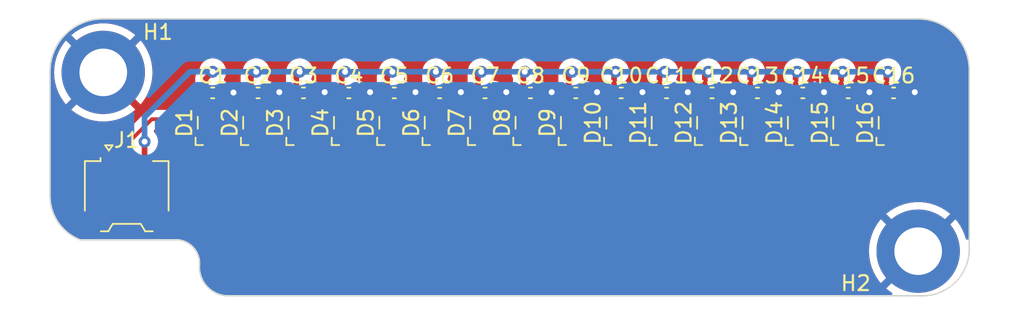
<source format=kicad_pcb>
(kicad_pcb (version 20221018) (generator pcbnew)
  (layers (0 "F.Cu" signal) (31 "B.Cu" signal) (34 "B.Paste" user) (35 "F.Paste" user) (36 "B.SilkS" user "B.Silkscreen") (37 "F.SilkS" user "F.Silkscreen") (38 "B.Mask" user) (39 "F.Mask" user) (44 "Edge.Cuts" user))
  (net 0 "")
  (net 1 "+5V")
  (net 2 "GND")
  (net 3 "Net-(D1-DOUT)")
  (net 4 "LIGHTBAR_RGB_OUT")
  (net 5 "Net-(D2-DOUT)")
  (net 6 "Net-(D3-DOUT)")
  (net 7 "Net-(D4-DOUT)")
  (net 8 "Net-(D5-DOUT)")
  (net 9 "Net-(D6-DOUT)")
  (net 10 "Net-(D7-DOUT)")
  (net 11 "Net-(D8-DOUT)")
  (net 12 "Net-(D10-DIN)")
  (net 13 "Net-(D10-DOUT)")
  (net 14 "Net-(D11-DOUT)")
  (net 15 "Net-(D12-DOUT)")
  (net 16 "Net-(D13-DOUT)")
  (net 17 "Net-(D14-DOUT)")
  (net 18 "Net-(D15-DOUT)")
  (footprint "Capacitor_SMD:C_0402_1005Metric" (layer "F.Cu") (at 69.85 21.742)
    (fp_text reference "C14" (at 0 -1.16) (layer "F.SilkS"))
    (fp_text value "100nF")
    (fp_line (start -0.107836 -0.36) (end 0.107836 -0.36) (stroke (width 0.12)) (layer "F.SilkS"))
    (fp_line (start -0.107836 0.36) (end 0.107836 0.36) (stroke (width 0.12)) (layer "F.SilkS"))
    (pad "1" smd roundrect (at -0.48 0) (size 0.56 0.62) (layers "F.Cu" "F.Paste" "F.Mask") (net 1 "+5V"))
    (pad "2" smd roundrect (at 0.48 0) (size 0.56 0.62) (layers "F.Cu" "F.Paste" "F.Mask") (net 2 "GND"))
  )
  (footprint "Capacitor_SMD:C_0402_1005Metric" (layer "F.Cu") (at 60.706 21.742)
    (fp_text reference "C11" (at 0 -1.16) (layer "F.SilkS"))
    (fp_text value "100nF")
    (fp_line (start -0.107836 -0.36) (end 0.107836 -0.36) (stroke (width 0.12)) (layer "F.SilkS"))
    (fp_line (start -0.107836 0.36) (end 0.107836 0.36) (stroke (width 0.12)) (layer "F.SilkS"))
    (pad "1" smd roundrect (at -0.48 0) (size 0.56 0.62) (layers "F.Cu" "F.Paste" "F.Mask") (net 1 "+5V"))
    (pad "2" smd roundrect (at 0.48 0) (size 0.56 0.62) (layers "F.Cu" "F.Paste" "F.Mask") (net 2 "GND"))
  )
  (footprint "marbastlib-various:LED_WS2812_2020" (layer "F.Cu") (at 36.322 23.749 90)
    (fp_text reference "D3" (at 0 -1.9 90) (layer "F.SilkS"))
    (fp_text value "WS2812_2020")
    (fp_line (start -1.5 -1.15) (end -1 -1.15) (stroke (width 0.12)) (layer "F.SilkS"))
    (fp_line (start -1.5 -0.65) (end -1.5 -1.15) (stroke (width 0.12)) (layer "F.SilkS"))
    (fp_line (start -0.4 -1) (end 0.4 -1) (stroke (width 0.12)) (layer "F.SilkS"))
    (pad "1" smd roundrect (at -0.915 -0.55 90) (size 0.7 0.7) (layers "F.Cu" "F.Paste" "F.Mask") (roundrect_rratio 0.15) (net 6 "Net-(D3-DOUT)"))
    (pad "2" smd roundrect (at -0.915 0.55 90) (size 0.7 0.7) (layers "F.Cu" "F.Paste" "F.Mask") (roundrect_rratio 0.15) (net 2 "GND"))
    (pad "3" smd roundrect (at 0.915 0.55 90) (size 0.7 0.7) (layers "F.Cu" "F.Paste" "F.Mask") (roundrect_rratio 0.15) (net 5 "Net-(D2-DOUT)"))
    (pad "4" smd roundrect (at 0.915 -0.55 90) (size 0.7 0.7) (layers "F.Cu" "F.Paste" "F.Mask") (roundrect_rratio 0.15) (net 1 "+5V"))
  )
  (footprint "Capacitor_SMD:C_0402_1005Metric" (layer "F.Cu") (at 39.37 21.742)
    (fp_text reference "C4" (at 0 -1.16) (layer "F.SilkS"))
    (fp_text value "100nF")
    (fp_line (start -0.107836 -0.36) (end 0.107836 -0.36) (stroke (width 0.12)) (layer "F.SilkS"))
    (fp_line (start -0.107836 0.36) (end 0.107836 0.36) (stroke (width 0.12)) (layer "F.SilkS"))
    (pad "1" smd roundrect (at -0.48 0) (size 0.56 0.62) (layers "F.Cu" "F.Paste" "F.Mask") (net 1 "+5V"))
    (pad "2" smd roundrect (at 0.48 0) (size 0.56 0.62) (layers "F.Cu" "F.Paste" "F.Mask") (net 2 "GND"))
  )
  (footprint "marbastlib-various:LED_WS2812_2020" (layer "F.Cu") (at 75.946 23.749 90)
    (fp_text reference "D16" (at 0 -1.9 90) (layer "F.SilkS"))
    (fp_text value "WS2812_2020")
    (fp_line (start -1.5 -1.15) (end -1 -1.15) (stroke (width 0.12)) (layer "F.SilkS"))
    (fp_line (start -1.5 -0.65) (end -1.5 -1.15) (stroke (width 0.12)) (layer "F.SilkS"))
    (fp_line (start -0.4 -1) (end 0.4 -1) (stroke (width 0.12)) (layer "F.SilkS"))
    (pad "1" smd roundrect (at -0.915 -0.55 90) (size 0.7 0.7) (layers "F.Cu" "F.Paste" "F.Mask") (roundrect_rratio 0.15))
    (pad "2" smd roundrect (at -0.915 0.55 90) (size 0.7 0.7) (layers "F.Cu" "F.Paste" "F.Mask") (roundrect_rratio 0.15) (net 2 "GND"))
    (pad "3" smd roundrect (at 0.915 0.55 90) (size 0.7 0.7) (layers "F.Cu" "F.Paste" "F.Mask") (roundrect_rratio 0.15) (net 18 "Net-(D15-DOUT)"))
    (pad "4" smd roundrect (at 0.915 -0.55 90) (size 0.7 0.7) (layers "F.Cu" "F.Paste" "F.Mask") (roundrect_rratio 0.15) (net 1 "+5V"))
  )
  (footprint "MountingHole:MountingHole_3.2mm_M3_DIN965_Pad_TopBottom" (layer "F.Cu") (at 77.597 32.385)
    (fp_text reference "H2" (at -4.191 2.159) (layer "F.SilkS"))
    (fp_text value "MountingHole_Pad")
    (pad "1" thru_hole circle (at 0 0) (size 3.6 3.6) (drill 3.2) (layers "*.Cu" "*.Mask") (net 2 "GND"))
    (pad "1" connect circle (at 0 0) (size 5.6 5.6) (layers "F.Cu" "F.Mask") (net 2 "GND"))
    (pad "1" connect circle (at 0 0) (size 5.6 5.6) (layers "B.Cu" "B.Mask") (net 2 "GND"))
  )
  (footprint "marbastlib-various:LED_WS2812_2020" (layer "F.Cu") (at 60.706 23.749 90)
    (fp_text reference "D11" (at 0 -1.9 90) (layer "F.SilkS"))
    (fp_text value "WS2812_2020")
    (fp_line (start -1.5 -1.15) (end -1 -1.15) (stroke (width 0.12)) (layer "F.SilkS"))
    (fp_line (start -1.5 -0.65) (end -1.5 -1.15) (stroke (width 0.12)) (layer "F.SilkS"))
    (fp_line (start -0.4 -1) (end 0.4 -1) (stroke (width 0.12)) (layer "F.SilkS"))
    (pad "1" smd roundrect (at -0.915 -0.55 90) (size 0.7 0.7) (layers "F.Cu" "F.Paste" "F.Mask") (roundrect_rratio 0.15) (net 14 "Net-(D11-DOUT)"))
    (pad "2" smd roundrect (at -0.915 0.55 90) (size 0.7 0.7) (layers "F.Cu" "F.Paste" "F.Mask") (roundrect_rratio 0.15) (net 2 "GND"))
    (pad "3" smd roundrect (at 0.915 0.55 90) (size 0.7 0.7) (layers "F.Cu" "F.Paste" "F.Mask") (roundrect_rratio 0.15) (net 13 "Net-(D10-DOUT)"))
    (pad "4" smd roundrect (at 0.915 -0.55 90) (size 0.7 0.7) (layers "F.Cu" "F.Paste" "F.Mask") (roundrect_rratio 0.15) (net 1 "+5V"))
  )
  (footprint "Capacitor_SMD:C_0402_1005Metric" (layer "F.Cu") (at 48.514 21.742)
    (fp_text reference "C7" (at 0 -1.16) (layer "F.SilkS"))
    (fp_text value "100nF")
    (fp_line (start -0.107836 -0.36) (end 0.107836 -0.36) (stroke (width 0.12)) (layer "F.SilkS"))
    (fp_line (start -0.107836 0.36) (end 0.107836 0.36) (stroke (width 0.12)) (layer "F.SilkS"))
    (pad "1" smd roundrect (at -0.48 0) (size 0.56 0.62) (layers "F.Cu" "F.Paste" "F.Mask") (net 1 "+5V"))
    (pad "2" smd roundrect (at 0.48 0) (size 0.56 0.62) (layers "F.Cu" "F.Paste" "F.Mask") (net 2 "GND"))
  )
  (footprint "Capacitor_SMD:C_0402_1005Metric" (layer "F.Cu") (at 63.754 21.742)
    (fp_text reference "C12" (at 0 -1.16) (layer "F.SilkS"))
    (fp_text value "100nF")
    (fp_line (start -0.107836 -0.36) (end 0.107836 -0.36) (stroke (width 0.12)) (layer "F.SilkS"))
    (fp_line (start -0.107836 0.36) (end 0.107836 0.36) (stroke (width 0.12)) (layer "F.SilkS"))
    (pad "1" smd roundrect (at -0.48 0) (size 0.56 0.62) (layers "F.Cu" "F.Paste" "F.Mask") (net 1 "+5V"))
    (pad "2" smd roundrect (at 0.48 0) (size 0.56 0.62) (layers "F.Cu" "F.Paste" "F.Mask") (net 2 "GND"))
  )
  (footprint "marbastlib-various:LED_WS2812_2020" (layer "F.Cu") (at 39.37 23.749 90)
    (fp_text reference "D4" (at 0 -1.9 90) (layer "F.SilkS"))
    (fp_text value "WS2812_2020")
    (fp_line (start -1.5 -1.15) (end -1 -1.15) (stroke (width 0.12)) (layer "F.SilkS"))
    (fp_line (start -1.5 -0.65) (end -1.5 -1.15) (stroke (width 0.12)) (layer "F.SilkS"))
    (fp_line (start -0.4 -1) (end 0.4 -1) (stroke (width 0.12)) (layer "F.SilkS"))
    (pad "1" smd roundrect (at -0.915 -0.55 90) (size 0.7 0.7) (layers "F.Cu" "F.Paste" "F.Mask") (roundrect_rratio 0.15) (net 7 "Net-(D4-DOUT)"))
    (pad "2" smd roundrect (at -0.915 0.55 90) (size 0.7 0.7) (layers "F.Cu" "F.Paste" "F.Mask") (roundrect_rratio 0.15) (net 2 "GND"))
    (pad "3" smd roundrect (at 0.915 0.55 90) (size 0.7 0.7) (layers "F.Cu" "F.Paste" "F.Mask") (roundrect_rratio 0.15) (net 6 "Net-(D3-DOUT)"))
    (pad "4" smd roundrect (at 0.915 -0.55 90) (size 0.7 0.7) (layers "F.Cu" "F.Paste" "F.Mask") (roundrect_rratio 0.15) (net 1 "+5V"))
  )
  (footprint "Capacitor_SMD:C_0402_1005Metric" (layer "F.Cu") (at 30.226 21.742)
    (fp_text reference "C1" (at 0 -1.16) (layer "F.SilkS"))
    (fp_text value "100nF")
    (fp_line (start -0.107836 -0.36) (end 0.107836 -0.36) (stroke (width 0.12)) (layer "F.SilkS"))
    (fp_line (start -0.107836 0.36) (end 0.107836 0.36) (stroke (width 0.12)) (layer "F.SilkS"))
    (pad "1" smd roundrect (at -0.48 0) (size 0.56 0.62) (layers "F.Cu" "F.Paste" "F.Mask") (net 1 "+5V"))
    (pad "2" smd roundrect (at 0.48 0) (size 0.56 0.62) (layers "F.Cu" "F.Paste" "F.Mask") (net 2 "GND"))
  )
  (footprint "Capacitor_SMD:C_0402_1005Metric" (layer "F.Cu") (at 54.61 21.742)
    (fp_text reference "C9" (at 0 -1.16) (layer "F.SilkS"))
    (fp_text value "100nF")
    (fp_line (start -0.107836 -0.36) (end 0.107836 -0.36) (stroke (width 0.12)) (layer "F.SilkS"))
    (fp_line (start -0.107836 0.36) (end 0.107836 0.36) (stroke (width 0.12)) (layer "F.SilkS"))
    (pad "1" smd roundrect (at -0.48 0) (size 0.56 0.62) (layers "F.Cu" "F.Paste" "F.Mask") (net 1 "+5V"))
    (pad "2" smd roundrect (at 0.48 0) (size 0.56 0.62) (layers "F.Cu" "F.Paste" "F.Mask") (net 2 "GND"))
  )
  (footprint "Capacitor_SMD:C_0402_1005Metric" (layer "F.Cu") (at 57.658 21.742)
    (fp_text reference "C10" (at 0 -1.16) (layer "F.SilkS"))
    (fp_text value "100nF")
    (fp_line (start -0.107836 -0.36) (end 0.107836 -0.36) (stroke (width 0.12)) (layer "F.SilkS"))
    (fp_line (start -0.107836 0.36) (end 0.107836 0.36) (stroke (width 0.12)) (layer "F.SilkS"))
    (pad "1" smd roundrect (at -0.48 0) (size 0.56 0.62) (layers "F.Cu" "F.Paste" "F.Mask") (net 1 "+5V"))
    (pad "2" smd roundrect (at 0.48 0) (size 0.56 0.62) (layers "F.Cu" "F.Paste" "F.Mask") (net 2 "GND"))
  )
  (footprint "marbastlib-various:LED_WS2812_2020" (layer "F.Cu") (at 45.466 23.749 90)
    (fp_text reference "D6" (at 0 -1.9 90) (layer "F.SilkS"))
    (fp_text value "WS2812_2020")
    (fp_line (start -1.5 -1.15) (end -1 -1.15) (stroke (width 0.12)) (layer "F.SilkS"))
    (fp_line (start -1.5 -0.65) (end -1.5 -1.15) (stroke (width 0.12)) (layer "F.SilkS"))
    (fp_line (start -0.4 -1) (end 0.4 -1) (stroke (width 0.12)) (layer "F.SilkS"))
    (pad "1" smd roundrect (at -0.915 -0.55 90) (size 0.7 0.7) (layers "F.Cu" "F.Paste" "F.Mask") (roundrect_rratio 0.15) (net 9 "Net-(D6-DOUT)"))
    (pad "2" smd roundrect (at -0.915 0.55 90) (size 0.7 0.7) (layers "F.Cu" "F.Paste" "F.Mask") (roundrect_rratio 0.15) (net 2 "GND"))
    (pad "3" smd roundrect (at 0.915 0.55 90) (size 0.7 0.7) (layers "F.Cu" "F.Paste" "F.Mask") (roundrect_rratio 0.15) (net 8 "Net-(D5-DOUT)"))
    (pad "4" smd roundrect (at 0.915 -0.55 90) (size 0.7 0.7) (layers "F.Cu" "F.Paste" "F.Mask") (roundrect_rratio 0.15) (net 1 "+5V"))
  )
  (footprint "Capacitor_SMD:C_0402_1005Metric" (layer "F.Cu") (at 75.946 21.742)
    (fp_text reference "C16" (at 0 -1.16) (layer "F.SilkS"))
    (fp_text value "100nF")
    (fp_line (start -0.107836 -0.36) (end 0.107836 -0.36) (stroke (width 0.12)) (layer "F.SilkS"))
    (fp_line (start -0.107836 0.36) (end 0.107836 0.36) (stroke (width 0.12)) (layer "F.SilkS"))
    (pad "1" smd roundrect (at -0.48 0) (size 0.56 0.62) (layers "F.Cu" "F.Paste" "F.Mask") (net 1 "+5V"))
    (pad "2" smd roundrect (at 0.48 0) (size 0.56 0.62) (layers "F.Cu" "F.Paste" "F.Mask") (net 2 "GND"))
  )
  (footprint "marbastlib-various:LED_WS2812_2020" (layer "F.Cu") (at 63.754 23.749 90)
    (fp_text reference "D12" (at 0 -1.9 90) (layer "F.SilkS"))
    (fp_text value "WS2812_2020")
    (fp_line (start -1.5 -1.15) (end -1 -1.15) (stroke (width 0.12)) (layer "F.SilkS"))
    (fp_line (start -1.5 -0.65) (end -1.5 -1.15) (stroke (width 0.12)) (layer "F.SilkS"))
    (fp_line (start -0.4 -1) (end 0.4 -1) (stroke (width 0.12)) (layer "F.SilkS"))
    (pad "1" smd roundrect (at -0.915 -0.55 90) (size 0.7 0.7) (layers "F.Cu" "F.Paste" "F.Mask") (roundrect_rratio 0.15) (net 15 "Net-(D12-DOUT)"))
    (pad "2" smd roundrect (at -0.915 0.55 90) (size 0.7 0.7) (layers "F.Cu" "F.Paste" "F.Mask") (roundrect_rratio 0.15) (net 2 "GND"))
    (pad "3" smd roundrect (at 0.915 0.55 90) (size 0.7 0.7) (layers "F.Cu" "F.Paste" "F.Mask") (roundrect_rratio 0.15) (net 14 "Net-(D11-DOUT)"))
    (pad "4" smd roundrect (at 0.915 -0.55 90) (size 0.7 0.7) (layers "F.Cu" "F.Paste" "F.Mask") (roundrect_rratio 0.15) (net 1 "+5V"))
  )
  (footprint "marbastlib-various:LED_WS2812_2020" (layer "F.Cu") (at 57.658 23.749 90)
    (fp_text reference "D10" (at 0 -1.9 90) (layer "F.SilkS"))
    (fp_text value "WS2812_2020")
    (fp_line (start -1.5 -1.15) (end -1 -1.15) (stroke (width 0.12)) (layer "F.SilkS"))
    (fp_line (start -1.5 -0.65) (end -1.5 -1.15) (stroke (width 0.12)) (layer "F.SilkS"))
    (fp_line (start -0.4 -1) (end 0.4 -1) (stroke (width 0.12)) (layer "F.SilkS"))
    (pad "1" smd roundrect (at -0.915 -0.55 90) (size 0.7 0.7) (layers "F.Cu" "F.Paste" "F.Mask") (roundrect_rratio 0.15) (net 13 "Net-(D10-DOUT)"))
    (pad "2" smd roundrect (at -0.915 0.55 90) (size 0.7 0.7) (layers "F.Cu" "F.Paste" "F.Mask") (roundrect_rratio 0.15) (net 2 "GND"))
    (pad "3" smd roundrect (at 0.915 0.55 90) (size 0.7 0.7) (layers "F.Cu" "F.Paste" "F.Mask") (roundrect_rratio 0.15) (net 12 "Net-(D10-DIN)"))
    (pad "4" smd roundrect (at 0.915 -0.55 90) (size 0.7 0.7) (layers "F.Cu" "F.Paste" "F.Mask") (roundrect_rratio 0.15) (net 1 "+5V"))
  )
  (footprint "marbastlib-various:LED_WS2812_2020" (layer "F.Cu") (at 69.85 23.749 90)
    (fp_text reference "D14" (at 0 -1.9 90) (layer "F.SilkS"))
    (fp_text value "WS2812_2020")
    (fp_line (start -1.5 -1.15) (end -1 -1.15) (stroke (width 0.12)) (layer "F.SilkS"))
    (fp_line (start -1.5 -0.65) (end -1.5 -1.15) (stroke (width 0.12)) (layer "F.SilkS"))
    (fp_line (start -0.4 -1) (end 0.4 -1) (stroke (width 0.12)) (layer "F.SilkS"))
    (pad "1" smd roundrect (at -0.915 -0.55 90) (size 0.7 0.7) (layers "F.Cu" "F.Paste" "F.Mask") (roundrect_rratio 0.15) (net 17 "Net-(D14-DOUT)"))
    (pad "2" smd roundrect (at -0.915 0.55 90) (size 0.7 0.7) (layers "F.Cu" "F.Paste" "F.Mask") (roundrect_rratio 0.15) (net 2 "GND"))
    (pad "3" smd roundrect (at 0.915 0.55 90) (size 0.7 0.7) (layers "F.Cu" "F.Paste" "F.Mask") (roundrect_rratio 0.15) (net 16 "Net-(D13-DOUT)"))
    (pad "4" smd roundrect (at 0.915 -0.55 90) (size 0.7 0.7) (layers "F.Cu" "F.Paste" "F.Mask") (roundrect_rratio 0.15) (net 1 "+5V"))
  )
  (footprint "Capacitor_SMD:C_0402_1005Metric" (layer "F.Cu") (at 33.274 21.742)
    (fp_text reference "C2" (at 0 -1.16) (layer "F.SilkS"))
    (fp_text value "100nF")
    (fp_line (start -0.107836 -0.36) (end 0.107836 -0.36) (stroke (width 0.12)) (layer "F.SilkS"))
    (fp_line (start -0.107836 0.36) (end 0.107836 0.36) (stroke (width 0.12)) (layer "F.SilkS"))
    (pad "1" smd roundrect (at -0.48 0) (size 0.56 0.62) (layers "F.Cu" "F.Paste" "F.Mask") (net 1 "+5V"))
    (pad "2" smd roundrect (at 0.48 0) (size 0.56 0.62) (layers "F.Cu" "F.Paste" "F.Mask") (net 2 "GND"))
  )
  (footprint "Capacitor_SMD:C_0402_1005Metric" (layer "F.Cu") (at 36.322 21.742)
    (fp_text reference "C3" (at 0 -1.16) (layer "F.SilkS"))
    (fp_text value "100nF")
    (fp_line (start -0.107836 -0.36) (end 0.107836 -0.36) (stroke (width 0.12)) (layer "F.SilkS"))
    (fp_line (start -0.107836 0.36) (end 0.107836 0.36) (stroke (width 0.12)) (layer "F.SilkS"))
    (pad "1" smd roundrect (at -0.48 0) (size 0.56 0.62) (layers "F.Cu" "F.Paste" "F.Mask") (net 1 "+5V"))
    (pad "2" smd roundrect (at 0.48 0) (size 0.56 0.62) (layers "F.Cu" "F.Paste" "F.Mask") (net 2 "GND"))
  )
  (footprint "marbastlib-various:LED_WS2812_2020" (layer "F.Cu") (at 30.226 23.749 90)
    (fp_text reference "D1" (at 0 -1.9 90) (layer "F.SilkS"))
    (fp_text value "WS2812_2020")
    (fp_line (start -1.5 -1.15) (end -1 -1.15) (stroke (width 0.12)) (layer "F.SilkS"))
    (fp_line (start -1.5 -0.65) (end -1.5 -1.15) (stroke (width 0.12)) (layer "F.SilkS"))
    (fp_line (start -0.4 -1) (end 0.4 -1) (stroke (width 0.12)) (layer "F.SilkS"))
    (pad "1" smd roundrect (at -0.915 -0.55 90) (size 0.7 0.7) (layers "F.Cu" "F.Paste" "F.Mask") (roundrect_rratio 0.15) (net 3 "Net-(D1-DOUT)"))
    (pad "2" smd roundrect (at -0.915 0.55 90) (size 0.7 0.7) (layers "F.Cu" "F.Paste" "F.Mask") (roundrect_rratio 0.15) (net 2 "GND"))
    (pad "3" smd roundrect (at 0.915 0.55 90) (size 0.7 0.7) (layers "F.Cu" "F.Paste" "F.Mask") (roundrect_rratio 0.15) (net 4 "LIGHTBAR_RGB_OUT"))
    (pad "4" smd roundrect (at 0.915 -0.55 90) (size 0.7 0.7) (layers "F.Cu" "F.Paste" "F.Mask") (roundrect_rratio 0.15) (net 1 "+5V"))
  )
  (footprint "Connector_Molex:Molex_Pico-EZmate_78171-0003_1x03-1MP_P1.20mm_Vertical" (layer "F.Cu") (at 24.454 28.418)
    (fp_text reference "J1" (at 0 -3.5) (layer "F.SilkS"))
    (fp_text value "Conn_01x03")
    (fp_line (start -2.81 -2.09) (end -1.76 -2.09) (stroke (width 0.12)) (layer "F.SilkS"))
    (fp_line (start -2.81 1.24) (end -2.81 -2.09) (stroke (width 0.12)) (layer "F.SilkS"))
    (fp_line (start -1.76 -2.09) (end -1.76 -2.3) (stroke (width 0.12)) (layer "F.SilkS"))
    (fp_line (start -1.74 2.63) (end -1.24 2.63) (stroke (width 0.12)) (layer "F.SilkS"))
    (fp_line (start -1.45 -3.153553) (end -1.2 -2.8) (stroke (width 0.12)) (layer "F.SilkS"))
    (fp_line (start -1.24 2.63) (end -0.94 2.13) (stroke (width 0.12)) (layer "F.SilkS"))
    (fp_line (start -1.2 -2.8) (end -0.95 -3.153553) (stroke (width 0.12)) (layer "F.SilkS"))
    (fp_line (start -0.95 -3.153553) (end -1.45 -3.153553) (stroke (width 0.12)) (layer "F.SilkS"))
    (fp_line (start -0.94 2.13) (end 0.94 2.13) (stroke (width 0.12)) (layer "F.SilkS"))
    (fp_line (start 0.94 2.13) (end 1.24 2.63) (stroke (width 0.12)) (layer "F.SilkS"))
    (fp_line (start 1.24 2.63) (end 1.74 2.63) (stroke (width 0.12)) (layer "F.SilkS"))
    (fp_line (start 2.81 -2.09) (end 1.76 -2.09) (stroke (width 0.12)) (layer "F.SilkS"))
    (fp_line (start 2.81 1.24) (end 2.81 -2.09) (stroke (width 0.12)) (layer "F.SilkS"))
    (pad "1" smd roundrect (at -1.2 -1.875) (size 0.6 0.85) (layers "F.Cu" "F.Paste" "F.Mask") (net 2 "GND"))
    (pad "2" smd roundrect (at 0 -1.875) (size 0.6 0.85) (layers "F.Cu" "F.Paste" "F.Mask") (net 4 "LIGHTBAR_RGB_OUT"))
    (pad "3" smd roundrect (at 1.2 -1.875) (size 0.6 0.85) (layers "F.Cu" "F.Paste" "F.Mask") (net 1 "+5V"))
    (pad "MP" smd roundrect (at -2.35 1.9) (size 0.7 0.8) (layers "F.Cu" "F.Paste" "F.Mask") (net 2 "GND"))
    (pad "MP" smd roundrect (at 2.35 1.9) (size 0.7 0.8) (layers "F.Cu" "F.Paste" "F.Mask") (net 2 "GND"))
  )
  (footprint "Capacitor_SMD:C_0402_1005Metric" (layer "F.Cu") (at 51.562 21.742)
    (fp_text reference "C8" (at 0 -1.16) (layer "F.SilkS"))
    (fp_text value "100nF")
    (fp_line (start -0.107836 -0.36) (end 0.107836 -0.36) (stroke (width 0.12)) (layer "F.SilkS"))
    (fp_line (start -0.107836 0.36) (end 0.107836 0.36) (stroke (width 0.12)) (layer "F.SilkS"))
    (pad "1" smd roundrect (at -0.48 0) (size 0.56 0.62) (layers "F.Cu" "F.Paste" "F.Mask") (net 1 "+5V"))
    (pad "2" smd roundrect (at 0.48 0) (size 0.56 0.62) (layers "F.Cu" "F.Paste" "F.Mask") (net 2 "GND"))
  )
  (footprint "marbastlib-various:LED_WS2812_2020" (layer "F.Cu") (at 54.61 23.749 90)
    (fp_text reference "D9" (at 0 -1.9 90) (layer "F.SilkS"))
    (fp_text value "WS2812_2020")
    (fp_line (start -1.5 -1.15) (end -1 -1.15) (stroke (width 0.12)) (layer "F.SilkS"))
    (fp_line (start -1.5 -0.65) (end -1.5 -1.15) (stroke (width 0.12)) (layer "F.SilkS"))
    (fp_line (start -0.4 -1) (end 0.4 -1) (stroke (width 0.12)) (layer "F.SilkS"))
    (pad "1" smd roundrect (at -0.915 -0.55 90) (size 0.7 0.7) (layers "F.Cu" "F.Paste" "F.Mask") (roundrect_rratio 0.15) (net 12 "Net-(D10-DIN)"))
    (pad "2" smd roundrect (at -0.915 0.55 90) (size 0.7 0.7) (layers "F.Cu" "F.Paste" "F.Mask") (roundrect_rratio 0.15) (net 2 "GND"))
    (pad "3" smd roundrect (at 0.915 0.55 90) (size 0.7 0.7) (layers "F.Cu" "F.Paste" "F.Mask") (roundrect_rratio 0.15) (net 11 "Net-(D8-DOUT)"))
    (pad "4" smd roundrect (at 0.915 -0.55 90) (size 0.7 0.7) (layers "F.Cu" "F.Paste" "F.Mask") (roundrect_rratio 0.15) (net 1 "+5V"))
  )
  (footprint "marbastlib-various:LED_WS2812_2020" (layer "F.Cu") (at 66.802 23.749 90)
    (fp_text reference "D13" (at 0 -1.9 90) (layer "F.SilkS"))
    (fp_text value "WS2812_2020")
    (fp_line (start -1.5 -1.15) (end -1 -1.15) (stroke (width 0.12)) (layer "F.SilkS"))
    (fp_line (start -1.5 -0.65) (end -1.5 -1.15) (stroke (width 0.12)) (layer "F.SilkS"))
    (fp_line (start -0.4 -1) (end 0.4 -1) (stroke (width 0.12)) (layer "F.SilkS"))
    (pad "1" smd roundrect (at -0.915 -0.55 90) (size 0.7 0.7) (layers "F.Cu" "F.Paste" "F.Mask") (roundrect_rratio 0.15) (net 16 "Net-(D13-DOUT)"))
    (pad "2" smd roundrect (at -0.915 0.55 90) (size 0.7 0.7) (layers "F.Cu" "F.Paste" "F.Mask") (roundrect_rratio 0.15) (net 2 "GND"))
    (pad "3" smd roundrect (at 0.915 0.55 90) (size 0.7 0.7) (layers "F.Cu" "F.Paste" "F.Mask") (roundrect_rratio 0.15) (net 15 "Net-(D12-DOUT)"))
    (pad "4" smd roundrect (at 0.915 -0.55 90) (size 0.7 0.7) (layers "F.Cu" "F.Paste" "F.Mask") (roundrect_rratio 0.15) (net 1 "+5V"))
  )
  (footprint "marbastlib-various:LED_WS2812_2020" (layer "F.Cu") (at 33.274 23.749 90)
    (fp_text reference "D2" (at 0 -1.9 90) (layer "F.SilkS"))
    (fp_text value "WS2812_2020")
    (fp_line (start -1.5 -1.15) (end -1 -1.15) (stroke (width 0.12)) (layer "F.SilkS"))
    (fp_line (start -1.5 -0.65) (end -1.5 -1.15) (stroke (width 0.12)) (layer "F.SilkS"))
    (fp_line (start -0.4 -1) (end 0.4 -1) (stroke (width 0.12)) (layer "F.SilkS"))
    (pad "1" smd roundrect (at -0.915 -0.55 90) (size 0.7 0.7) (layers "F.Cu" "F.Paste" "F.Mask") (roundrect_rratio 0.15) (net 5 "Net-(D2-DOUT)"))
    (pad "2" smd roundrect (at -0.915 0.55 90) (size 0.7 0.7) (layers "F.Cu" "F.Paste" "F.Mask") (roundrect_rratio 0.15) (net 2 "GND"))
    (pad "3" smd roundrect (at 0.915 0.55 90) (size 0.7 0.7) (layers "F.Cu" "F.Paste" "F.Mask") (roundrect_rratio 0.15) (net 3 "Net-(D1-DOUT)"))
    (pad "4" smd roundrect (at 0.915 -0.55 90) (size 0.7 0.7) (layers "F.Cu" "F.Paste" "F.Mask") (roundrect_rratio 0.15) (net 1 "+5V"))
  )
  (footprint "Capacitor_SMD:C_0402_1005Metric" (layer "F.Cu") (at 45.466 21.742)
    (fp_text reference "C6" (at 0 -1.16) (layer "F.SilkS"))
    (fp_text value "100nF")
    (fp_line (start -0.107836 -0.36) (end 0.107836 -0.36) (stroke (width 0.12)) (layer "F.SilkS"))
    (fp_line (start -0.107836 0.36) (end 0.107836 0.36) (stroke (width 0.12)) (layer "F.SilkS"))
    (pad "1" smd roundrect (at -0.48 0) (size 0.56 0.62) (layers "F.Cu" "F.Paste" "F.Mask") (net 1 "+5V"))
    (pad "2" smd roundrect (at 0.48 0) (size 0.56 0.62) (layers "F.Cu" "F.Paste" "F.Mask") (net 2 "GND"))
  )
  (footprint "marbastlib-various:LED_WS2812_2020" (layer "F.Cu") (at 51.562 23.749 90)
    (fp_text reference "D8" (at 0 -1.9 90) (layer "F.SilkS"))
    (fp_text value "WS2812_2020")
    (fp_line (start -1.5 -1.15) (end -1 -1.15) (stroke (width 0.12)) (layer "F.SilkS"))
    (fp_line (start -1.5 -0.65) (end -1.5 -1.15) (stroke (width 0.12)) (layer "F.SilkS"))
    (fp_line (start -0.4 -1) (end 0.4 -1) (stroke (width 0.12)) (layer "F.SilkS"))
    (pad "1" smd roundrect (at -0.915 -0.55 90) (size 0.7 0.7) (layers "F.Cu" "F.Paste" "F.Mask") (roundrect_rratio 0.15) (net 11 "Net-(D8-DOUT)"))
    (pad "2" smd roundrect (at -0.915 0.55 90) (size 0.7 0.7) (layers "F.Cu" "F.Paste" "F.Mask") (roundrect_rratio 0.15) (net 2 "GND"))
    (pad "3" smd roundrect (at 0.915 0.55 90) (size 0.7 0.7) (layers "F.Cu" "F.Paste" "F.Mask") (roundrect_rratio 0.15) (net 10 "Net-(D7-DOUT)"))
    (pad "4" smd roundrect (at 0.915 -0.55 90) (size 0.7 0.7) (layers "F.Cu" "F.Paste" "F.Mask") (roundrect_rratio 0.15) (net 1 "+5V"))
  )
  (footprint "Capacitor_SMD:C_0402_1005Metric" (layer "F.Cu") (at 66.802 21.742)
    (fp_text reference "C13" (at 0 -1.16) (layer "F.SilkS"))
    (fp_text value "100nF")
    (fp_line (start -0.107836 -0.36) (end 0.107836 -0.36) (stroke (width 0.12)) (layer "F.SilkS"))
    (fp_line (start -0.107836 0.36) (end 0.107836 0.36) (stroke (width 0.12)) (layer "F.SilkS"))
    (pad "1" smd roundrect (at -0.48 0) (size 0.56 0.62) (layers "F.Cu" "F.Paste" "F.Mask") (net 1 "+5V"))
    (pad "2" smd roundrect (at 0.48 0) (size 0.56 0.62) (layers "F.Cu" "F.Paste" "F.Mask") (net 2 "GND"))
  )
  (footprint "marbastlib-various:LED_WS2812_2020" (layer "F.Cu") (at 48.514 23.749 90)
    (fp_text reference "D7" (at 0 -1.9 90) (layer "F.SilkS"))
    (fp_text value "WS2812_2020")
    (fp_line (start -1.5 -1.15) (end -1 -1.15) (stroke (width 0.12)) (layer "F.SilkS"))
    (fp_line (start -1.5 -0.65) (end -1.5 -1.15) (stroke (width 0.12)) (layer "F.SilkS"))
    (fp_line (start -0.4 -1) (end 0.4 -1) (stroke (width 0.12)) (layer "F.SilkS"))
    (pad "1" smd roundrect (at -0.915 -0.55 90) (size 0.7 0.7) (layers "F.Cu" "F.Paste" "F.Mask") (roundrect_rratio 0.15) (net 10 "Net-(D7-DOUT)"))
    (pad "2" smd roundrect (at -0.915 0.55 90) (size 0.7 0.7) (layers "F.Cu" "F.Paste" "F.Mask") (roundrect_rratio 0.15) (net 2 "GND"))
    (pad "3" smd roundrect (at 0.915 0.55 90) (size 0.7 0.7) (layers "F.Cu" "F.Paste" "F.Mask") (roundrect_rratio 0.15) (net 9 "Net-(D6-DOUT)"))
    (pad "4" smd roundrect (at 0.915 -0.55 90) (size 0.7 0.7) (layers "F.Cu" "F.Paste" "F.Mask") (roundrect_rratio 0.15) (net 1 "+5V"))
  )
  (footprint "Capacitor_SMD:C_0402_1005Metric" (layer "F.Cu") (at 42.418 21.742)
    (fp_text reference "C5" (at 0 -1.16) (layer "F.SilkS"))
    (fp_text value "100nF")
    (fp_line (start -0.107836 -0.36) (end 0.107836 -0.36) (stroke (width 0.12)) (layer "F.SilkS"))
    (fp_line (start -0.107836 0.36) (end 0.107836 0.36) (stroke (width 0.12)) (layer "F.SilkS"))
    (pad "1" smd roundrect (at -0.48 0) (size 0.56 0.62) (layers "F.Cu" "F.Paste" "F.Mask") (net 1 "+5V"))
    (pad "2" smd roundrect (at 0.48 0) (size 0.56 0.62) (layers "F.Cu" "F.Paste" "F.Mask") (net 2 "GND"))
  )
  (footprint "Capacitor_SMD:C_0402_1005Metric" (layer "F.Cu") (at 72.898 21.742)
    (fp_text reference "C15" (at 0 -1.16) (layer "F.SilkS"))
    (fp_text value "100nF")
    (fp_line (start -0.107836 -0.36) (end 0.107836 -0.36) (stroke (width 0.12)) (layer "F.SilkS"))
    (fp_line (start -0.107836 0.36) (end 0.107836 0.36) (stroke (width 0.12)) (layer "F.SilkS"))
    (pad "1" smd roundrect (at -0.48 0) (size 0.56 0.62) (layers "F.Cu" "F.Paste" "F.Mask") (net 1 "+5V"))
    (pad "2" smd roundrect (at 0.48 0) (size 0.56 0.62) (layers "F.Cu" "F.Paste" "F.Mask") (net 2 "GND"))
  )
  (footprint "MountingHole:MountingHole_3.2mm_M3_DIN965_Pad_TopBottom" (layer "F.Cu") (at 22.879961 20.362871)
    (fp_text reference "H1" (at 3.663039 -2.709871) (layer "F.SilkS"))
    (fp_text value "MountingHole_Pad")
    (pad "1" thru_hole circle (at 0 0) (size 3.6 3.6) (drill 3.2) (layers "*.Cu" "*.Mask") (net 2 "GND"))
    (pad "1" connect circle (at 0 0) (size 5.6 5.6) (layers "F.Cu" "F.Mask") (net 2 "GND"))
    (pad "1" connect circle (at 0 0) (size 5.6 5.6) (layers "B.Cu" "B.Mask") (net 2 "GND"))
  )
  (footprint "marbastlib-various:LED_WS2812_2020" (layer "F.Cu") (at 42.418 23.749 90)
    (fp_text reference "D5" (at 0 -1.9 90) (layer "F.SilkS"))
    (fp_text value "WS2812_2020")
    (fp_line (start -1.5 -1.15) (end -1 -1.15) (stroke (width 0.12)) (layer "F.SilkS"))
    (fp_line (start -1.5 -0.65) (end -1.5 -1.15) (stroke (width 0.12)) (layer "F.SilkS"))
    (fp_line (start -0.4 -1) (end 0.4 -1) (stroke (width 0.12)) (layer "F.SilkS"))
    (pad "1" smd roundrect (at -0.915 -0.55 90) (size 0.7 0.7) (layers "F.Cu" "F.Paste" "F.Mask") (roundrect_rratio 0.15) (net 8 "Net-(D5-DOUT)"))
    (pad "2" smd roundrect (at -0.915 0.55 90) (size 0.7 0.7) (layers "F.Cu" "F.Paste" "F.Mask") (roundrect_rratio 0.15) (net 2 "GND"))
    (pad "3" smd roundrect (at 0.915 0.55 90) (size 0.7 0.7) (layers "F.Cu" "F.Paste" "F.Mask") (roundrect_rratio 0.15) (net 7 "Net-(D4-DOUT)"))
    (pad "4" smd roundrect (at 0.915 -0.55 90) (size 0.7 0.7) (layers "F.Cu" "F.Paste" "F.Mask") (roundrect_rratio 0.15) (net 1 "+5V"))
  )
  (footprint "marbastlib-various:LED_WS2812_2020" (layer "F.Cu") (at 72.898 23.749 90)
    (fp_text reference "D15" (at 0 -1.9 90) (layer "F.SilkS"))
    (fp_text value "WS2812_2020")
    (fp_line (start -1.5 -1.15) (end -1 -1.15) (stroke (width 0.12)) (layer "F.SilkS"))
    (fp_line (start -1.5 -0.65) (end -1.5 -1.15) (stroke (width 0.12)) (layer "F.SilkS"))
    (fp_line (start -0.4 -1) (end 0.4 -1) (stroke (width 0.12)) (layer "F.SilkS"))
    (pad "1" smd roundrect (at -0.915 -0.55 90) (size 0.7 0.7) (layers "F.Cu" "F.Paste" "F.Mask") (roundrect_rratio 0.15) (net 18 "Net-(D15-DOUT)"))
    (pad "2" smd roundrect (at -0.915 0.55 90) (size 0.7 0.7) (layers "F.Cu" "F.Paste" "F.Mask") (roundrect_rratio 0.15) (net 2 "GND"))
    (pad "3" smd roundrect (at 0.915 0.55 90) (size 0.7 0.7) (layers "F.Cu" "F.Paste" "F.Mask") (roundrect_rratio 0.15) (net 17 "Net-(D14-DOUT)"))
    (pad "4" smd roundrect (at 0.915 -0.55 90) (size 0.7 0.7) (layers "F.Cu" "F.Paste" "F.Mask") (roundrect_rratio 0.15) (net 1 "+5V"))
  )
  (gr_line (start 22.86 16.764) (end 77.597 16.764) (stroke (width 0.1)) (layer "Edge.Cuts"))
  (gr_line (start 27.94 31.623) (end 21.336 31.623) (stroke (width 0.1)) (layer "Edge.Cuts"))
  (gr_line (start 77.724 35.385) (end 31.242 35.385) (stroke (width 0.1)) (layer "Edge.Cuts"))
  (gr_line (start 81.026 20.193) (end 81.026 32.385) (stroke (width 0.1)) (layer "Edge.Cuts"))
  (gr_line (start 19.304 28.575) (end 19.304 20.32) (stroke (width 0.1)) (layer "Edge.Cuts"))
  (gr_arc (start 81.026 32.385) (mid 79.996321 34.568867) (end 77.724 35.385) (stroke (width 0.1)) (layer "Edge.Cuts"))
  (gr_arc (start 21.336 31.623) (mid 19.839485 30.419344) (end 19.304 28.575) (stroke (width 0.1)) (layer "Edge.Cuts"))
  (gr_arc (start 31.242 35.385) (mid 29.878601 34.787538) (end 29.337 33.401) (stroke (width 0.1)) (layer "Edge.Cuts"))
  (gr_arc (start 19.304 20.32) (mid 20.345528 17.805528) (end 22.86 16.764) (stroke (width 0.1)) (layer "Edge.Cuts"))
  (gr_arc (start 27.94 31.623) (mid 29.006737 32.222671) (end 29.337 33.401) (stroke (width 0.1)) (layer "Edge.Cuts"))
  (gr_arc (start 77.597 16.764) (mid 80.021674 17.768326) (end 81.026 20.193) (stroke (width 0.1)) (layer "Edge.Cuts"))
  (segment (start 51.012 21.812) (end 51.082 21.742) (width 0.381) (layer "F.Cu") (net 1))
  (segment (start 75.396 22.834) (end 75.396 21.812) (width 0.381) (layer "F.Cu") (net 1))
  (segment (start 35.772 21.812) (end 35.842 21.742) (width 0.381) (layer "F.Cu") (net 1))
  (segment (start 48.034 20.546) (end 48.26 20.32) (width 0.381) (layer "F.Cu") (net 1))
  (segment (start 54.06 21.812) (end 54.13 21.742) (width 0.381) (layer "F.Cu") (net 1))
  (segment (start 75.466 20.419) (end 75.565 20.32) (width 0.381) (layer "F.Cu") (net 1))
  (segment (start 66.252 22.834) (end 66.252 21.812) (width 0.381) (layer "F.Cu") (net 1))
  (segment (start 60.226 20.673) (end 60.579 20.32) (width 0.381) (layer "F.Cu") (net 1))
  (segment (start 44.916 21.812) (end 44.986 21.742) (width 0.381) (layer "F.Cu") (net 1))
  (segment (start 57.108 21.812) (end 57.178 21.742) (width 0.381) (layer "F.Cu") (net 1))
  (segment (start 29.746 21.742) (end 29.746 20.8) (width 0.381) (layer "F.Cu") (net 1))
  (segment (start 57.178 21.742) (end 57.178 20.419) (width 0.381) (layer "F.Cu") (net 1))
  (segment (start 29.676 21.812) (end 29.746 21.742) (width 0.381) (layer "F.Cu") (net 1))
  (segment (start 32.794 21.742) (end 32.794 20.673) (width 0.381) (layer "F.Cu") (net 1))
  (segment (start 69.3 22.834) (end 69.3 21.812) (width 0.381) (layer "F.Cu") (net 1))
  (segment (start 44.986 21.742) (end 44.986 20.546) (width 0.381) (layer "F.Cu") (net 1))
  (segment (start 35.842 21.742) (end 35.842 20.546) (width 0.381) (layer "F.Cu") (net 1))
  (segment (start 44.916 22.834) (end 44.916 21.812) (width 0.381) (layer "F.Cu") (net 1))
  (segment (start 35.842 20.546) (end 36.068 20.32) (width 0.381) (layer "F.Cu") (net 1))
  (segment (start 41.868 22.834) (end 41.868 21.812) (width 0.381) (layer "F.Cu") (net 1))
  (segment (start 75.466 21.742) (end 75.466 20.419) (width 0.381) (layer "F.Cu") (net 1))
  (segment (start 54.06 22.834) (end 54.06 21.812) (width 0.381) (layer "F.Cu") (net 1))
  (segment (start 75.396 21.812) (end 75.466 21.742) (width 0.381) (layer "F.Cu") (net 1))
  (segment (start 69.37 21.742) (end 69.37 20.419) (width 0.381) (layer "F.Cu") (net 1))
  (segment (start 29.676 22.834) (end 29.676 21.812) (width 0.381) (layer "F.Cu") (net 1))
  (segment (start 69.3 21.812) (end 69.37 21.742) (width 0.381) (layer "F.Cu") (net 1))
  (segment (start 51.012 22.834) (end 51.012 21.812) (width 0.381) (layer "F.Cu") (net 1))
  (segment (start 60.156 21.812) (end 60.226 21.742) (width 0.381) (layer "F.Cu") (net 1))
  (segment (start 48.034 21.742) (end 48.034 20.546) (width 0.381) (layer "F.Cu") (net 1))
  (segment (start 57.108 22.834) (end 57.108 21.812) (width 0.381) (layer "F.Cu") (net 1))
  (segment (start 44.986 20.546) (end 45.212 20.32) (width 0.381) (layer "F.Cu") (net 1))
  (segment (start 54.13 20.546) (end 54.356 20.32) (width 0.381) (layer "F.Cu") (net 1))
  (segment (start 66.252 21.812) (end 66.322 21.742) (width 0.381) (layer "F.Cu") (net 1))
  (segment (start 32.794 20.673) (end 33.147 20.32) (width 0.381) (layer "F.Cu") (net 1))
  (segment (start 69.37 20.419) (end 69.469 20.32) (width 0.381) (layer "F.Cu") (net 1))
  (segment (start 66.322 20.419) (end 66.421 20.32) (width 0.381) (layer "F.Cu") (net 1))
  (segment (start 29.746 20.8) (end 30.226 20.32) (width 0.381) (layer "F.Cu") (net 1))
  (segment (start 63.204 22.834) (end 63.204 21.812) (width 0.381) (layer "F.Cu") (net 1))
  (segment (start 32.724 21.812) (end 32.794 21.742) (width 0.381) (layer "F.Cu") (net 1))
  (segment (start 35.772 22.834) (end 35.772 21.812) (width 0.381) (layer "F.Cu") (net 1))
  (segment (start 72.348 21.812) (end 72.418 21.742) (width 0.381) (layer "F.Cu") (net 1))
  (segment (start 60.156 22.834) (end 60.156 21.812) (width 0.381) (layer "F.Cu") (net 1))
  (segment (start 72.348 22.834) (end 72.348 21.812) (width 0.381) (layer "F.Cu") (net 1))
  (segment (start 66.322 21.742) (end 66.322 20.419) (width 0.381) (layer "F.Cu") (net 1))
  (segment (start 41.938 20.673) (end 42.291 20.32) (width 0.381) (layer "F.Cu") (net 1))
  (segment (start 72.418 21.742) (end 72.418 20.419) (width 0.381) (layer "F.Cu") (net 1))
  (segment (start 51.082 21.742) (end 51.082 20.419) (width 0.381) (layer "F.Cu") (net 1))
  (segment (start 41.938 21.742) (end 41.938 20.673) (width 0.381) (layer "F.Cu") (net 1))
  (segment (start 72.418 20.419) (end 72.517 20.32) (width 0.381) (layer "F.Cu") (net 1))
  (segment (start 41.868 21.812) (end 41.938 21.742) (width 0.381) (layer "F.Cu") (net 1))
  (segment (start 25.654 26.543) (end 25.654 25.019) (width 0.381) (layer "F.Cu") (net 1))
  (segment (start 63.274 21.742) (end 63.274 20.546) (width 0.381) (layer "F.Cu") (net 1))
  (segment (start 60.226 21.742) (end 60.226 20.673) (width 0.381) (layer "F.Cu") (net 1))
  (segment (start 47.964 21.812) (end 48.034 21.742) (width 0.381) (layer "F.Cu") (net 1))
  (segment (start 63.204 21.812) (end 63.274 21.742) (width 0.381) (layer "F.Cu") (net 1))
  (segment (start 38.89 20.546) (end 39.116 20.32) (width 0.381) (layer "F.Cu") (net 1))
  (segment (start 54.13 21.742) (end 54.13 20.546) (width 0.381) (layer "F.Cu") (net 1))
  (segment (start 32.724 22.834) (end 32.724 21.812) (width 0.381) (layer "F.Cu") (net 1))
  (segment (start 38.82 21.812) (end 38.89 21.742) (width 0.381) (layer "F.Cu") (net 1))
  (segment (start 51.082 20.419) (end 51.181 20.32) (width 0.381) (layer "F.Cu") (net 1))
  (segment (start 57.178 20.419) (end 57.277 20.32) (width 0.381) (layer "F.Cu") (net 1))
  (segment (start 38.89 21.742) (end 38.89 20.546) (width 0.381) (layer "F.Cu") (net 1))
  (segment (start 47.964 22.834) (end 47.964 21.812) (width 0.381) (layer "F.Cu") (net 1))
  (segment (start 38.82 22.834) (end 38.82 21.812) (width 0.381) (layer "F.Cu") (net 1))
  (segment (start 63.274 20.546) (end 63.5 20.32) (width 0.381) (layer "F.Cu") (net 1))
  (via (at 57.277 20.32) (size 0.8) (drill 0.4) (layers "F.Cu" "B.Cu") (net 1))
  (via (at 45.212 20.32) (size 0.8) (drill 0.4) (layers "F.Cu" "B.Cu") (net 1))
  (via (at 42.291 20.32) (size 0.8) (drill 0.4) (layers "F.Cu" "B.Cu") (net 1))
  (via (at 63.5 20.32) (size 0.8) (drill 0.4) (layers "F.Cu" "B.Cu") (net 1))
  (via (at 36.068 20.32) (size 0.8) (drill 0.4) (layers "F.Cu" "B.Cu") (net 1))
  (via (at 51.181 20.32) (size 0.8) (drill 0.4) (layers "F.Cu" "B.Cu") (net 1))
  (via (at 39.116 20.32) (size 0.8) (drill 0.4) (layers "F.Cu" "B.Cu") (net 1))
  (via (at 48.26 20.32) (size 0.8) (drill 0.4) (layers "F.Cu" "B.Cu") (net 1))
  (via (at 30.226 20.32) (size 0.8) (drill 0.4) (layers "F.Cu" "B.Cu") (net 1))
  (via (at 33.147 20.32) (size 0.8) (drill 0.4) (layers "F.Cu" "B.Cu") (net 1))
  (via (at 54.356 20.32) (size 0.8) (drill 0.4) (layers "F.Cu" "B.Cu") (net 1))
  (via (at 72.517 20.32) (size 0.8) (drill 0.4) (layers "F.Cu" "B.Cu") (net 1))
  (via (at 60.579 20.32) (size 0.8) (drill 0.4) (layers "F.Cu" "B.Cu") (net 1))
  (via (at 25.654 25.019) (size 0.8) (drill 0.4) (layers "F.Cu" "B.Cu") (net 1))
  (via (at 66.421 20.32) (size 0.8) (drill 0.4) (layers "F.Cu" "B.Cu") (net 1))
  (via (at 69.469 20.32) (size 0.8) (drill 0.4) (layers "F.Cu" "B.Cu") (net 1))
  (via (at 75.565 20.32) (size 0.8) (drill 0.4) (layers "F.Cu" "B.Cu") (net 1))
  (segment (start 66.421 20.32) (end 69.469 20.32) (width 0.381) (layer "B.Cu") (net 1))
  (segment (start 39.116 20.32) (end 42.291 20.32) (width 0.381) (layer "B.Cu") (net 1))
  (segment (start 63.5 20.32) (end 66.421 20.32) (width 0.381) (layer "B.Cu") (net 1))
  (segment (start 25.654 25.019) (end 25.654 23.368) (width 0.381) (layer "B.Cu") (net 1))
  (segment (start 25.654 23.368) (end 28.702 20.32) (width 0.381) (layer "B.Cu") (net 1))
  (segment (start 36.068 20.32) (end 39.116 20.32) (width 0.381) (layer "B.Cu") (net 1))
  (segment (start 60.579 20.32) (end 63.5 20.32) (width 0.381) (layer "B.Cu") (net 1))
  (segment (start 51.181 20.32) (end 54.356 20.32) (width 0.381) (layer "B.Cu") (net 1))
  (segment (start 54.356 20.32) (end 57.277 20.32) (width 0.381) (layer "B.Cu") (net 1))
  (segment (start 42.291 20.32) (end 45.212 20.32) (width 0.381) (layer "B.Cu") (net 1))
  (segment (start 33.147 20.32) (end 36.068 20.32) (width 0.381) (layer "B.Cu") (net 1))
  (segment (start 69.469 20.32) (end 72.517 20.32) (width 0.381) (layer "B.Cu") (net 1))
  (segment (start 48.26 20.32) (end 51.181 20.32) (width 0.381) (layer "B.Cu") (net 1))
  (segment (start 72.517 20.32) (end 75.565 20.32) (width 0.381) (layer "B.Cu") (net 1))
  (segment (start 57.277 20.32) (end 60.579 20.32) (width 0.381) (layer "B.Cu") (net 1))
  (segment (start 30.226 20.32) (end 33.147 20.32) (width 0.381) (layer "B.Cu") (net 1))
  (segment (start 28.702 20.32) (end 30.226 20.32) (width 0.381) (layer "B.Cu") (net 1))
  (segment (start 45.212 20.32) (end 48.26 20.32) (width 0.381) (layer "B.Cu") (net 1))
  (segment (start 67.31 21.717) (end 68.202 21.717) (width 0.381) (layer "F.Cu") (net 2))
  (segment (start 55.118 21.717) (end 56.01 21.717) (width 0.381) (layer "F.Cu") (net 2))
  (segment (start 33.782 21.717) (end 34.674 21.717) (width 0.381) (layer "F.Cu") (net 2))
  (segment (start 39.878 21.717) (end 40.77 21.717) (width 0.381) (layer "F.Cu") (net 2))
  (segment (start 64.262 21.717) (end 65.154 21.717) (width 0.381) (layer "F.Cu") (net 2))
  (segment (start 36.83 21.717) (end 37.722 21.717) (width 0.381) (layer "F.Cu") (net 2))
  (segment (start 73.406 21.717) (end 74.298 21.717) (width 0.381) (layer "F.Cu") (net 2))
  (segment (start 45.974 21.717) (end 46.866 21.717) (width 0.381) (layer "F.Cu") (net 2))
  (segment (start 61.214 21.717) (end 62.106 21.717) (width 0.381) (layer "F.Cu") (net 2))
  (segment (start 52.07 21.717) (end 52.962 21.717) (width 0.381) (layer "F.Cu") (net 2))
  (segment (start 30.706 21.742) (end 31.598 21.742) (width 0.381) (layer "F.Cu") (net 2))
  (segment (start 76.454 21.717) (end 77.346 21.717) (width 0.381) (layer "F.Cu") (net 2))
  (segment (start 58.166 21.717) (end 59.058 21.717) (width 0.381) (layer "F.Cu") (net 2))
  (segment (start 49.022 21.717) (end 49.914 21.717) (width 0.381) (layer "F.Cu") (net 2))
  (segment (start 31.598 21.742) (end 31.623 21.717) (width 0.381) (layer "F.Cu") (net 2))
  (segment (start 70.358 21.717) (end 71.25 21.717) (width 0.381) (layer "F.Cu") (net 2))
  (segment (start 42.926 21.717) (end 43.818 21.717) (width 0.381) (layer "F.Cu") (net 2))
  (via (at 56.035 21.692) (size 0.8) (drill 0.4) (layers "F.Cu" "B.Cu") (net 2))
  (via (at 68.227 21.692) (size 0.8) (drill 0.4) (layers "F.Cu" "B.Cu") (net 2))
  (via (at 77.371 21.692) (size 0.8) (drill 0.4) (layers "F.Cu" "B.Cu") (net 2))
  (via (at 52.987 21.692) (size 0.8) (drill 0.4) (layers "F.Cu" "B.Cu") (net 2))
  (via (at 62.131 21.692) (size 0.8) (drill 0.4) (layers "F.Cu" "B.Cu") (net 2))
  (via (at 46.891 21.692) (size 0.8) (drill 0.4) (layers "F.Cu" "B.Cu") (net 2))
  (via (at 43.843 21.692) (size 0.8) (drill 0.4) (layers "F.Cu" "B.Cu") (net 2))
  (via (at 37.747 21.692) (size 0.8) (drill 0.4) (layers "F.Cu" "B.Cu") (net 2))
  (via (at 49.939 21.692) (size 0.8) (drill 0.4) (layers "F.Cu" "B.Cu") (net 2))
  (via (at 40.795 21.692) (size 0.8) (drill 0.4) (layers "F.Cu" "B.Cu") (net 2))
  (via (at 31.623 21.717) (size 0.8) (drill 0.4) (layers "F.Cu" "B.Cu") (net 2))
  (via (at 65.179 21.692) (size 0.8) (drill 0.4) (layers "F.Cu" "B.Cu") (net 2))
  (via (at 71.275 21.692) (size 0.8) (drill 0.4) (layers "F.Cu" "B.Cu") (net 2))
  (via (at 74.323 21.692) (size 0.8) (drill 0.4) (layers "F.Cu" "B.Cu") (net 2))
  (via (at 34.699 21.692) (size 0.8) (drill 0.4) (layers "F.Cu" "B.Cu") (net 2))
  (via (at 59.083 21.692) (size 0.8) (drill 0.4) (layers "F.Cu" "B.Cu") (net 2))
  (segment (start 29.676 24.664) (end 30.831 23.509) (width 0.25) (layer "F.Cu") (net 3))
  (segment (start 33.149 23.509) (end 33.824 22.834) (width 0.25) (layer "F.Cu") (net 3))
  (segment (start 30.831 23.509) (end 33.149 23.509) (width 0.25) (layer "F.Cu") (net 3))
  (segment (start 30.101 23.509) (end 30.776 22.834) (width 0.25) (layer "F.Cu") (net 4))
  (segment (start 24.454 26.543) (end 24.454 25.193695) (width 0.25) (layer "F.Cu") (net 4))
  (segment (start 26.138695 23.509) (end 30.101 23.509) (width 0.25) (layer "F.Cu") (net 4))
  (segment (start 24.454 25.193695) (end 26.138695 23.509) (width 0.25) (layer "F.Cu") (net 4))
  (segment (start 35.717 23.989) (end 36.872 22.834) (width 0.25) (layer "F.Cu") (net 5))
  (segment (start 33.399 23.989) (end 35.717 23.989) (width 0.25) (layer "F.Cu") (net 5))
  (segment (start 32.724 24.664) (end 33.399 23.989) (width 0.25) (layer "F.Cu") (net 5))
  (segment (start 36.927 23.509) (end 39.245 23.509) (width 0.25) (layer "F.Cu") (net 6))
  (segment (start 35.772 24.664) (end 36.927 23.509) (width 0.25) (layer "F.Cu") (net 6))
  (segment (start 39.245 23.509) (end 39.92 22.834) (width 0.25) (layer "F.Cu") (net 6))
  (segment (start 38.82 24.664) (end 39.975 23.509) (width 0.25) (layer "F.Cu") (net 7))
  (segment (start 42.293 23.509) (end 42.968 22.834) (width 0.25) (layer "F.Cu") (net 7))
  (segment (start 39.975 23.509) (end 42.293 23.509) (width 0.25) (layer "F.Cu") (net 7))
  (segment (start 41.868 24.664) (end 42.543 23.989) (width 0.25) (layer "F.Cu") (net 8))
  (segment (start 42.543 23.989) (end 44.861 23.989) (width 0.25) (layer "F.Cu") (net 8))
  (segment (start 44.861 23.989) (end 46.016 22.834) (width 0.25) (layer "F.Cu") (net 8))
  (segment (start 44.917888 24.664) (end 46.072888 23.509) (width 0.25) (layer "F.Cu") (net 9))
  (segment (start 44.916 24.664) (end 44.917888 24.664) (width 0.25) (layer "F.Cu") (net 9))
  (segment (start 46.072888 23.509) (end 48.389 23.509) (width 0.25) (layer "F.Cu") (net 9))
  (segment (start 48.389 23.509) (end 49.064 22.834) (width 0.25) (layer "F.Cu") (net 9))
  (segment (start 51.437 23.509) (end 52.112 22.834) (width 0.25) (layer "F.Cu") (net 10))
  (segment (start 47.964 24.664) (end 49.119 23.509) (width 0.25) (layer "F.Cu") (net 10))
  (segment (start 49.119 23.509) (end 51.437 23.509) (width 0.25) (layer "F.Cu") (net 10))
  (segment (start 52.167 23.509) (end 54.485 23.509) (width 0.25) (layer "F.Cu") (net 11))
  (segment (start 51.012 24.664) (end 52.167 23.509) (width 0.25) (layer "F.Cu") (net 11))
  (segment (start 54.485 23.509) (end 55.16 22.834) (width 0.25) (layer "F.Cu") (net 11))
  (segment (start 57.053 23.989) (end 58.208 22.834) (width 0.25) (layer "F.Cu") (net 12))
  (segment (start 54.735 23.989) (end 57.053 23.989) (width 0.25) (layer "F.Cu") (net 12))
  (segment (start 54.06 24.664) (end 54.735 23.989) (width 0.25) (layer "F.Cu") (net 12))
  (segment (start 57.783 23.989) (end 60.101 23.989) (width 0.25) (layer "F.Cu") (net 13))
  (segment (start 60.101 23.989) (end 61.256 22.834) (width 0.25) (layer "F.Cu") (net 13))
  (segment (start 57.108 24.664) (end 57.783 23.989) (width 0.25) (layer "F.Cu") (net 13))
  (segment (start 60.831 23.989) (end 63.149 23.989) (width 0.25) (layer "F.Cu") (net 14))
  (segment (start 63.149 23.989) (end 64.304 22.834) (width 0.25) (layer "F.Cu") (net 14))
  (segment (start 60.156 24.664) (end 60.831 23.989) (width 0.25) (layer "F.Cu") (net 14))
  (segment (start 64.359 23.509) (end 66.677 23.509) (width 0.25) (layer "F.Cu") (net 15))
  (segment (start 66.677 23.509) (end 67.352 22.834) (width 0.25) (layer "F.Cu") (net 15))
  (segment (start 63.204 24.664) (end 64.359 23.509) (width 0.25) (layer "F.Cu") (net 15))
  (segment (start 69.725 23.509) (end 70.4 22.834) (width 0.25) (layer "F.Cu") (net 16))
  (segment (start 66.252 24.664) (end 67.407 23.509) (width 0.25) (layer "F.Cu") (net 16))
  (segment (start 67.407 23.509) (end 69.725 23.509) (width 0.25) (layer "F.Cu") (net 16))
  (segment (start 69.975 23.989) (end 72.293 23.989) (width 0.25) (layer "F.Cu") (net 17))
  (segment (start 69.3 24.664) (end 69.975 23.989) (width 0.25) (layer "F.Cu") (net 17))
  (segment (start 72.293 23.989) (end 73.448 22.834) (width 0.25) (layer "F.Cu") (net 17))
  (segment (start 72.348 24.664) (end 73.503 23.509) (width 0.25) (layer "F.Cu") (net 18))
  (segment (start 75.821 23.509) (end 76.496 22.834) (width 0.25) (layer "F.Cu") (net 18))
  (segment (start 73.503 23.509) (end 75.821 23.509) (width 0.25) (layer "F.Cu") (net 18))
  (zone (net 2) (net_name "GND") (layers "F&B.Cu") (connect_pads (clearance 0.5)) (min_thickness 0.25) (fill yes (thermal_gap 0.5) (thermal_bridge_width 0.5))
    (polygon (pts (xy 84.709 15.494) (xy 84.709 38.1) (xy 19.558 38.1) (xy 17.272 35.814) (xy 17.272 17.653) (xy 19.431 15.494)))
  )
)
</source>
